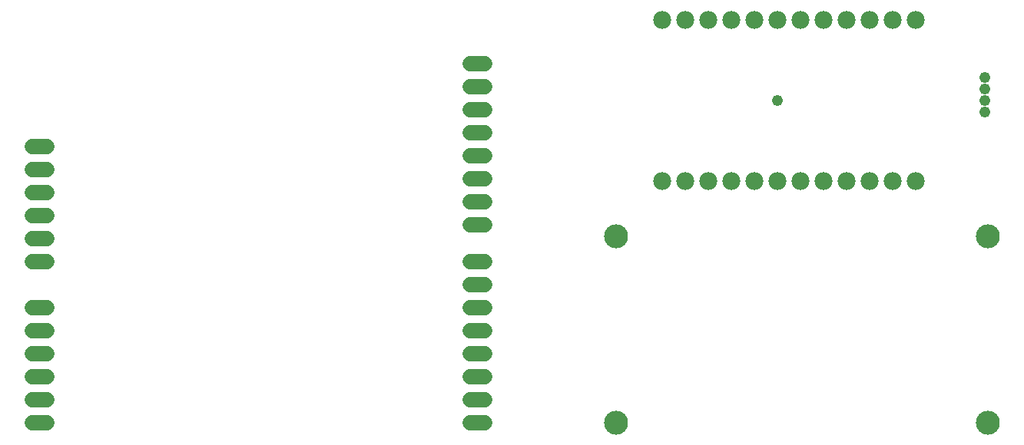
<source format=gbs>
G75*
G70*
%OFA0B0*%
%FSLAX24Y24*%
%IPPOS*%
%LPD*%
%AMOC8*
5,1,8,0,0,1.08239X$1,22.5*
%
%ADD10C,0.1040*%
%ADD11C,0.0680*%
%ADD12C,0.0780*%
%ADD13C,0.0480*%
D10*
X027300Y002325D03*
X043442Y002325D03*
X043442Y010396D03*
X027300Y010396D03*
D11*
X002620Y002325D02*
X001980Y002325D01*
X001980Y003325D02*
X002620Y003325D01*
X002620Y004325D02*
X001980Y004325D01*
X001980Y005325D02*
X002620Y005325D01*
X002620Y006325D02*
X001980Y006325D01*
X001980Y007325D02*
X002620Y007325D01*
X002620Y009325D02*
X001980Y009325D01*
X001980Y010325D02*
X002620Y010325D01*
X002620Y011325D02*
X001980Y011325D01*
X001980Y012325D02*
X002620Y012325D01*
X002620Y013325D02*
X001980Y013325D01*
X001980Y014325D02*
X002620Y014325D01*
X020980Y013925D02*
X021620Y013925D01*
X021620Y014925D02*
X020980Y014925D01*
X020980Y015925D02*
X021620Y015925D01*
X021620Y016925D02*
X020980Y016925D01*
X020980Y017925D02*
X021620Y017925D01*
X021620Y012925D02*
X020980Y012925D01*
X020980Y011925D02*
X021620Y011925D01*
X021620Y010925D02*
X020980Y010925D01*
X020980Y009325D02*
X021620Y009325D01*
X021620Y008325D02*
X020980Y008325D01*
X020980Y007325D02*
X021620Y007325D01*
X021620Y006325D02*
X020980Y006325D01*
X020980Y005325D02*
X021620Y005325D01*
X021620Y004325D02*
X020980Y004325D01*
X020980Y003325D02*
X021620Y003325D01*
X021620Y002325D02*
X020980Y002325D01*
D12*
X029300Y012825D03*
X030300Y012825D03*
X031300Y012825D03*
X032300Y012825D03*
X033300Y012825D03*
X034300Y012825D03*
X035300Y012825D03*
X036300Y012825D03*
X037300Y012825D03*
X038300Y012825D03*
X039300Y012825D03*
X040300Y012825D03*
X040300Y019825D03*
X039300Y019825D03*
X038300Y019825D03*
X037300Y019825D03*
X036300Y019825D03*
X035300Y019825D03*
X034300Y019825D03*
X033300Y019825D03*
X032300Y019825D03*
X031300Y019825D03*
X030300Y019825D03*
X029300Y019825D03*
D13*
X034300Y016325D03*
X043300Y016325D03*
X043300Y015825D03*
X043300Y016825D03*
X043300Y017325D03*
M02*

</source>
